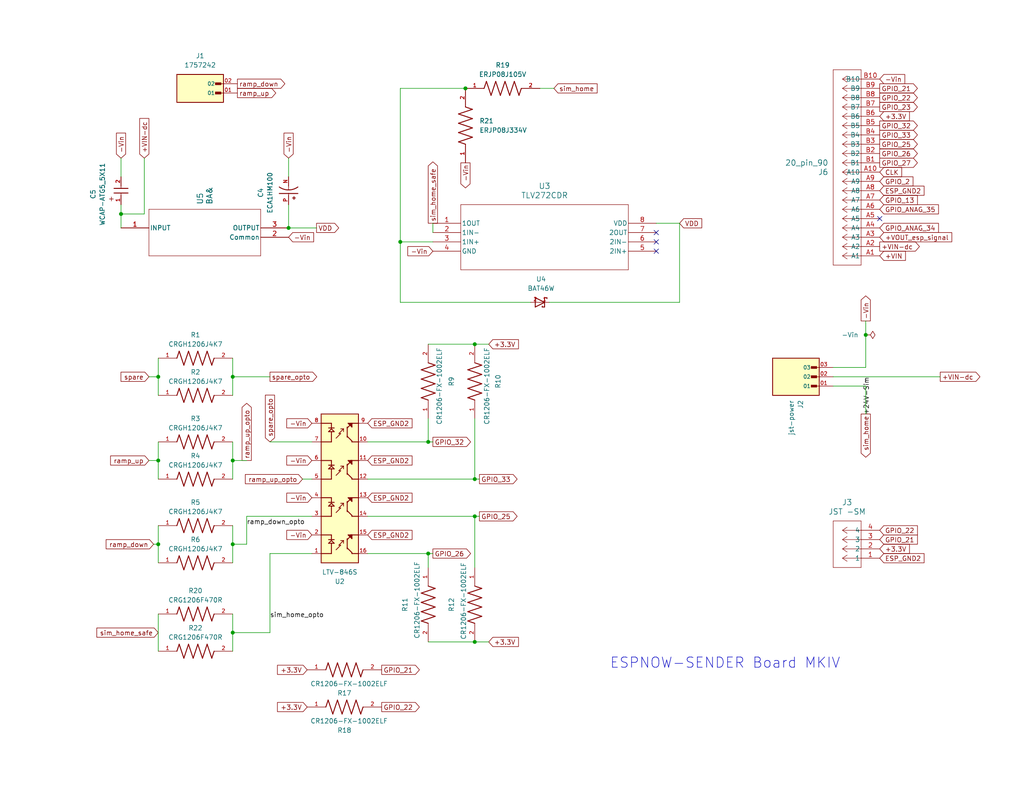
<source format=kicad_sch>
(kicad_sch (version 20250114) (generator "eeschema") (generator_version "9.0")
  (paper "A")
  (lib_symbols
    (symbol "1757242:1757242" (pin_names (offset 1.016))
      (property "Reference" "J" (at -6.85 5.08 0))
      (property "Value" "1757242" (at -6.35 -5.08 0))
      (symbol "1757242_0_0"
        (pin passive line (at -10.16 2.54 0) (length 5.08) (name "01") (number "01"))
        (pin passive line (at -10.16 0 0) (length 5.08) (name "02") (number "02"))
      )
    )
    (symbol "2025-11-05_08-31-36:TLV272CDR" (pin_names (offset 0.254))
      (property "Reference" "U" (at 30.48 10.16 0))
      (property "Value" "TLV272CDR" (at 30.48 7.62 0))
      (symbol "TLV272CDR_0_1"
        (pin output line (at 0 0 0) (length 7.62) (name "1OUT") (number "1"))
        (pin input line (at 0 -2.54 0) (length 7.62) (name "1IN-") (number "2"))
        (pin input line (at 0 -5.08 0) (length 7.62) (name "1IN+") (number "3"))
        (pin power_in line (at 0 -7.62 0) (length 7.62) (name "GND") (number "4"))
        (pin power_in line (at 60.96 0 180) (length 7.62) (name "VDD") (number "8"))
        (pin output line (at 60.96 -2.54 180) (length 7.62) (name "2OUT") (number "7"))
        (pin input line (at 60.96 -5.08 180) (length 7.62) (name "2IN-") (number "6"))
        (pin input line (at 60.96 -7.62 180) (length 7.62) (name "2IN+") (number "5"))
      )
    )
    (symbol "2025-11-05_11-31-18:BA&" (pin_names (offset 0.254))
      (property "Reference" "U5" (at 21.5899 6.35 90))
      (property "Value" "BA&" (at 24.1299 6.35 90))
      (symbol "BA&_0_1"
        (pin unspecified line (at 0 0 0) (length 7.62) (name "INPUT") (number "1"))
        (pin power_out line (at 45.72 0 180) (length 7.62) (name "OUTPUT") (number "3"))
      )
      (symbol "BA&_1_1"
        (pin passive line (at 45.72 -2.54 180) (length 7.62) (name "Common") (number "2"))
      )
    )
    (symbol "20_pin_90:XC5A-2022" (pin_names (offset 0.254))
      (property "Reference" "J" (at 8.89 6.35 0))
      (property "Value" "XC5A-2022" (at 0 0 0))
      (symbol "XC5A-2022_1_1"
        (pin unspecified line (at 0 0 0) (length 5.08) (name "A1") (number "A1"))
        (pin unspecified line (at 0 -2.54 0) (length 5.08) (name "A2") (number "A2"))
        (pin unspecified line (at 0 -5.08 0) (length 5.08) (name "A3") (number "A3"))
        (pin unspecified line (at 0 -7.62 0) (length 5.08) (name "A4") (number "A4"))
        (pin unspecified line (at 0 -10.16 0) (length 5.08) (name "A5") (number "A5"))
        (pin unspecified line (at 0 -12.7 0) (length 5.08) (name "A6") (number "A6"))
        (pin unspecified line (at 0 -15.24 0) (length 5.08) (name "A7") (number "A7"))
        (pin unspecified line (at 0 -17.78 0) (length 5.08) (name "A8") (number "A8"))
        (pin unspecified line (at 0 -20.32 0) (length 5.08) (name "A9") (number "A9"))
        (pin unspecified line (at 0 -22.86 0) (length 5.08) (name "A10") (number "A10"))
        (pin unspecified line (at 0 -25.4 0) (length 5.08) (name "B1") (number "B1"))
        (pin unspecified line (at 0 -27.94 0) (length 5.08) (name "B2") (number "B2"))
        (pin unspecified line (at 0 -30.48 0) (length 5.08) (name "B3") (number "B3"))
        (pin unspecified line (at 0 -33.02 0) (length 5.08) (name "B4") (number "B4"))
        (pin unspecified line (at 0 -35.56 0) (length 5.08) (name "B5") (number "B5"))
        (pin unspecified line (at 0 -38.1 0) (length 5.08) (name "B6") (number "B6"))
        (pin unspecified line (at 0 -40.64 0) (length 5.08) (name "B7") (number "B7"))
        (pin unspecified line (at 0 -43.18 0) (length 5.08) (name "B8") (number "B8"))
        (pin unspecified line (at 0 -45.72 0) (length 5.08) (name "B9") (number "B9"))
        (pin unspecified line (at 0 -48.26 0) (length 5.08) (name "B10") (number "B10"))
      )
      (symbol "XC5A-2022_1_2"
        (pin unspecified line (at 0 0 0) (length 5.08) (name "A1") (number "A1"))
        (pin unspecified line (at 0 -2.54 0) (length 5.08) (name "A2") (number "A2"))
        (pin unspecified line (at 0 -5.08 0) (length 5.08) (name "A3") (number "A3"))
        (pin unspecified line (at 0 -7.62 0) (length 5.08) (name "A4") (number "A4"))
        (pin unspecified line (at 0 -10.16 0) (length 5.08) (name "A5") (number "A5"))
        (pin unspecified line (at 0 -12.7 0) (length 5.08) (name "A6") (number "A6"))
        (pin unspecified line (at 0 -15.24 0) (length 5.08) (name "A7") (number "A7"))
        (pin unspecified line (at 0 -17.78 0) (length 5.08) (name "A8") (number "A8"))
        (pin unspecified line (at 0 -20.32 0) (length 5.08) (name "A9") (number "A9"))
        (pin unspecified line (at 0 -22.86 0) (length 5.08) (name "A10") (number "A10"))
        (pin unspecified line (at 0 -25.4 0) (length 5.08) (name "B1") (number "B1"))
        (pin unspecified line (at 0 -27.94 0) (length 5.08) (name "B2") (number "B2"))
        (pin unspecified line (at 0 -30.48 0) (length 5.08) (name "B3") (number "B3"))
        (pin unspecified line (at 0 -33.02 0) (length 5.08) (name "B4") (number "B4"))
        (pin unspecified line (at 0 -35.56 0) (length 5.08) (name "B5") (number "B5"))
        (pin unspecified line (at 0 -38.1 0) (length 5.08) (name "B6") (number "B6"))
        (pin unspecified line (at 0 -40.64 0) (length 5.08) (name "B7") (number "B7"))
        (pin unspecified line (at 0 -43.18 0) (length 5.08) (name "B8") (number "B8"))
        (pin unspecified line (at 0 -45.72 0) (length 5.08) (name "B9") (number "B9"))
        (pin unspecified line (at 0 -48.26 0) (length 5.08) (name "B10") (number "B10"))
      )
    )
    (symbol "BAT46W:BAT46W" (pin_names (offset 1.016))
      (property "Reference" "U" (at -2.2896 1.908 0))
      (property "Value" "BAT46W" (at -2.2899 -3.4349 0))
      (symbol "BAT46W_0_0"
        (pin passive line (at -2.54 0 0) (length 2.54) (name "~") (number "2"))
        (pin passive line (at 2.54 0 180) (length 2.54) (name "~") (number "1"))
      )
    )
    (symbol "CR1206-FX-1002ELF:CR1206-FX-1002ELF" (pin_names (offset 1.016))
      (property "Reference" "R" (at -7.6244 2.5415 0))
      (property "Value" "CR1206-FX-1002ELF" (at -7.63 -5.0866 0))
      (symbol "CR1206-FX-1002ELF_0_0"
        (pin passive line (at -10.16 0 0) (length 5.08) (name "~") (number "1"))
        (pin passive line (at 10.16 0 180) (length 5.08) (name "~") (number "2"))
      )
    )
    (symbol "CRG1206F470R:CRG1206F470R" (pin_names (offset 1.016))
      (property "Reference" "R" (at -7.6244 2.5415 0))
      (property "Value" "CRG1206F470R" (at -7.63 -5.0866 0))
      (symbol "CRG1206F470R_0_0"
        (pin passive line (at -10.16 0 0) (length 5.08) (name "~") (number "1"))
        (pin passive line (at 10.16 0 180) (length 5.08) (name "~") (number "2"))
      )
    )
    (symbol "CRGH1206J4K7:CRGH1206J4K7" (pin_names (offset 1.016))
      (property "Reference" "R" (at -7.6244 2.5415 0))
      (property "Value" "CRGH1206J4K7" (at -7.63 -5.0866 0))
      (symbol "CRGH1206J4K7_0_0"
        (pin passive line (at -10.16 0 0) (length 5.08) (name "~") (number "1"))
        (pin passive line (at 10.16 0 180) (length 5.08) (name "~") (number "2"))
      )
    )
    (symbol "ECA1HM100:ECA1HM100" (pin_names (offset 1.016))
      (property "Reference" "C" (at -2.54 3.81 0))
      (property "Value" "ECA1HM100" (at -2.54 -5.08 0))
      (symbol "ECA1HM100_0_0"
        (pin passive line (at -2.54 0 0) (length 2.54) (name "~") (number "P"))
        (pin passive line (at 5.08 0 180) (length 2.54) (name "~") (number "N"))
      )
    )
    (symbol "ERJP08J105V:ERJP08J105V" (pin_names (offset 1.016))
      (property "Reference" "R" (at -7.624 2.541 0))
      (property "Value" "ERJP08J105V" (at -7.624 -5.087 0))
      (symbol "ERJP08J105V_0_0"
        (pin passive line (at -10.16 0 0) (length 5.08) (name "~") (number "1"))
        (pin passive line (at 10.16 0 180) (length 5.08) (name "~") (number "2"))
      )
    )
    (symbol "ERJP08J334V:ERJP08J334V" (pin_names (offset 1.016))
      (property "Reference" "R" (at -7.624 2.541 0))
      (property "Value" "ERJP08J334V" (at -7.624 -5.087 0))
      (symbol "ERJP08J334V_0_0"
        (pin passive line (at -10.16 0 0) (length 5.08) (name "~") (number "1"))
        (pin passive line (at 10.16 0 180) (length 5.08) (name "~") (number "2"))
      )
    )
    (symbol "LTV-846S:LTV-846S" (pin_names (offset 1.016))
      (property "Reference" "U" (at -5.08 21.082 0))
      (property "Value" "LTV-846S" (at -5.08 -22.86 0))
      (symbol "LTV-846S_0_0"
        (pin passive line (at -7.62 17.78 0) (length 2.54) (name "~") (number "1"))
        (pin passive line (at -7.62 12.7 0) (length 2.54) (name "~") (number "2"))
        (pin passive line (at -7.62 7.62 0) (length 2.54) (name "~") (number "3"))
        (pin passive line (at -7.62 2.54 0) (length 2.54) (name "~") (number "4"))
        (pin passive line (at -7.62 -2.54 0) (length 2.54) (name "~") (number "5"))
        (pin passive line (at -7.62 -7.62 0) (length 2.54) (name "~") (number "6"))
        (pin passive line (at -7.62 -12.7 0) (length 2.54) (name "~") (number "7"))
        (pin passive line (at -7.62 -17.78 0) (length 2.54) (name "~") (number "8"))
        (pin passive line (at 7.62 17.78 180) (length 2.54) (name "~") (number "16"))
        (pin passive line (at 7.62 12.7 180) (length 2.54) (name "~") (number "15"))
        (pin passive line (at 7.62 7.62 180) (length 2.54) (name "~") (number "14"))
        (pin passive line (at 7.62 2.54 180) (length 2.54) (name "~") (number "13"))
        (pin passive line (at 7.62 -2.54 180) (length 2.54) (name "~") (number "12"))
        (pin passive line (at 7.62 -7.62 180) (length 2.54) (name "~") (number "11"))
        (pin passive line (at 7.62 -12.7 180) (length 2.54) (name "~") (number "10"))
        (pin passive line (at 7.62 -17.78 180) (length 2.54) (name "~") (number "9"))
      )
    )
    (symbol "WCAP-ATG5_5X11:WCAP-ATG5_5X11" (pin_names (offset 1.016))
      (property "Reference" "C" (at 1.175 3.38 0))
      (property "Value" "WCAP-ATG5_5X11" (at 0.915 -5.075 0))
      (symbol "WCAP-ATG5_5X11_0_0"
        (text "+" (at 2.54 -1.905 0) (effects (font (size 1.4224 1.4224)) (justify left bottom)))
        (pin passive line (at -2.54 0 0) (length 2.54) (name "~") (number "2"))
        (pin passive line (at 5.08 0 180) (length 2.54) (name "~") (number "1"))
      )
    )
    (symbol "custom_library:JCT" (pin_names (offset 0.254))
      (property "Reference" "J3" (at 8.89 -15.24 0))
      (property "Value" "JCT" (at 8.89 -12.7 0))
      (symbol "JCT_1_1"
        (pin power_in line (at 0 0 0) (length 5.08) (name "1") (number "1"))
        (pin power_in line (at 0 -2.54 0) (length 5.08) (name "2") (number "2"))
        (pin input line (at 0 -5.08 0) (length 5.08) (name "3") (number "3"))
        (pin input line (at 0 -7.62 0) (length 5.08) (name "4") (number "4"))
      )
      (symbol "JCT_1_2"
        (pin unspecified line (at 0 0 0) (length 5.08) (name "1") (number "1"))
        (pin unspecified line (at 0 -2.54 0) (length 5.08) (name "2") (number "2"))
        (pin unspecified line (at 0 -5.08 0) (length 5.08) (name "3") (number "3"))
        (pin unspecified line (at 0 -7.62 0) (length 5.08) (name "4") (number "4"))
      )
    )
    (symbol "custom_library:jst-power" (pin_names (offset 1.016))
      (property "Reference" "J2" (at 10.16 -1.778 90))
      (property "Value" "jst-power" (at 12.446 -4.572 90))
      (symbol "jst-power_0_0"
        (pin passive line (at -10.16 2.54 0) (length 5.08) (name "01") (number "01"))
        (pin power_out line (at -10.16 0 0) (length 5.08) (name "02") (number "02"))
        (pin passive line (at -10.16 -2.54 0) (length 5.08) (name "03") (number "03"))
      )
    )
    (symbol "power:PWR_FLAG" (power) (pin_numbers (hide yes)) (pin_names (offset 0) (hide yes))
      (property "Value" "PWR_FLAG" (at 0 3.81 0))
      (symbol "PWR_FLAG_0_0"
        (pin power_out line (at 0 0 90) (length 0) (name "~") (number "1"))
      )
    )
  )
  (text "ESPNOW-SENDER Board MKIV\n\n" (at 197.866 183.388 0) (effects (font (size 2.794 2.794))))
  (junction (at 129.54 140.97))
  (junction (at 63.5 172.72))
  (junction (at 78.74 62.23))
  (junction (at 129.54 175.26))
  (junction (at 63.5 148.59))
  (junction (at 236.22 91.44))
  (junction (at 43.18 148.59))
  (junction (at 127 24.13))
  (junction (at 116.84 120.65))
  (junction (at 109.22 66.04))
  (junction (at 43.18 125.73))
  (junction (at 33.02 58.42))
  (junction (at 43.18 102.87))
  (junction (at 129.54 93.98))
  (junction (at 63.5 125.73))
  (junction (at 129.54 130.81))
  (junction (at 63.5 102.87))
  (junction (at 116.84 151.13))
  (no_connect (at 179.07 68.58))
  (no_connect (at 179.07 63.5))
  (no_connect (at 240.03 59.69))
  (no_connect (at 179.07 66.04))
  (wire (pts (xy 63.5 143.51) (xy 63.5 148.59)))
  (wire (pts (xy 109.22 24.13) (xy 127 24.13)))
  (wire (pts (xy 236.22 91.44) (xy 236.22 87.63)))
  (wire (pts (xy 63.5 172.72) (xy 73.66 172.72)))
  (wire (pts (xy 43.18 120.65) (xy 43.18 125.73)))
  (wire (pts (xy 78.74 48.26) (xy 78.74 43.18)))
  (wire (pts (xy 100.33 151.13) (xy 116.84 151.13)))
  (wire (pts (xy 185.42 82.55) (xy 185.42 60.96)))
  (wire (pts (xy 43.18 97.79) (xy 43.18 102.87)))
  (wire (pts (xy 129.54 140.97) (xy 129.54 154.94)))
  (wire (pts (xy 129.54 140.97) (xy 130.81 140.97)))
  (wire (pts (xy 116.84 93.98) (xy 129.54 93.98)))
  (wire (pts (xy 227.33 100.33) (xy 236.22 100.33)))
  (wire (pts (xy 118.11 60.96) (xy 118.11 63.5)))
  (wire (pts (xy 67.31 140.97) (xy 85.09 140.97)))
  (wire (pts (xy 63.5 172.72) (xy 63.5 177.8)))
  (wire (pts (xy 147.32 24.13) (xy 151.13 24.13)))
  (wire (pts (xy 63.5 167.64) (xy 63.5 172.72)))
  (wire (pts (xy 43.18 143.51) (xy 43.18 148.59)))
  (wire (pts (xy 33.02 48.26) (xy 33.02 43.18)))
  (wire (pts (xy 63.5 148.59) (xy 63.5 153.67)))
  (wire (pts (xy 39.37 58.42) (xy 33.02 58.42)))
  (wire (pts (xy 41.91 148.59) (xy 43.18 148.59)))
  (wire (pts (xy 43.18 148.59) (xy 43.18 153.67)))
  (wire (pts (xy 116.84 114.3) (xy 116.84 120.65)))
  (wire (pts (xy 100.33 140.97) (xy 129.54 140.97)))
  (wire (pts (xy 40.64 125.73) (xy 43.18 125.73)))
  (wire (pts (xy 73.66 151.13) (xy 73.66 172.72)))
  (wire (pts (xy 43.18 167.64) (xy 43.18 177.8)))
  (wire (pts (xy 236.22 105.41) (xy 236.22 113.03)))
  (wire (pts (xy 109.22 82.55) (xy 144.78 82.55)))
  (wire (pts (xy 73.66 120.65) (xy 85.09 120.65)))
  (wire (pts (xy 33.02 62.23) (xy 33.02 58.42)))
  (wire (pts (xy 39.37 43.18) (xy 39.37 58.42)))
  (wire (pts (xy 63.5 102.87) (xy 63.5 107.95)))
  (wire (pts (xy 63.5 97.79) (xy 63.5 102.87)))
  (wire (pts (xy 63.5 148.59) (xy 67.31 148.59)))
  (wire (pts (xy 227.33 102.87) (xy 256.54 102.87)))
  (wire (pts (xy 116.84 154.94) (xy 116.84 151.13)))
  (wire (pts (xy 78.74 62.23) (xy 86.36 62.23)))
  (wire (pts (xy 236.22 100.33) (xy 236.22 91.44)))
  (wire (pts (xy 236.22 105.41) (xy 227.33 105.41)))
  (wire (pts (xy 116.84 120.65) (xy 118.11 120.65)))
  (wire (pts (xy 109.22 66.04) (xy 109.22 82.55)))
  (wire (pts (xy 82.55 130.81) (xy 85.09 130.81)))
  (wire (pts (xy 185.42 60.96) (xy 179.07 60.96)))
  (wire (pts (xy 33.02 58.42) (xy 33.02 55.88)))
  (wire (pts (xy 63.5 125.73) (xy 67.31 125.73)))
  (wire (pts (xy 129.54 130.81) (xy 130.81 130.81)))
  (wire (pts (xy 116.84 151.13) (xy 118.11 151.13)))
  (wire (pts (xy 100.33 130.81) (xy 129.54 130.81)))
  (wire (pts (xy 129.54 93.98) (xy 133.35 93.98)))
  (wire (pts (xy 43.18 102.87) (xy 43.18 107.95)))
  (wire (pts (xy 43.18 125.73) (xy 43.18 130.81)))
  (wire (pts (xy 63.5 120.65) (xy 63.5 125.73)))
  (wire (pts (xy 63.5 125.73) (xy 63.5 130.81)))
  (wire (pts (xy 149.86 82.55) (xy 185.42 82.55)))
  (wire (pts (xy 100.33 120.65) (xy 116.84 120.65)))
  (wire (pts (xy 63.5 102.87) (xy 73.66 102.87)))
  (wire (pts (xy 116.84 175.26) (xy 129.54 175.26)))
  (wire (pts (xy 129.54 114.3) (xy 129.54 130.81)))
  (wire (pts (xy 67.31 140.97) (xy 67.31 148.59)))
  (wire (pts (xy 109.22 66.04) (xy 109.22 24.13)))
  (wire (pts (xy 118.11 66.04) (xy 109.22 66.04)))
  (wire (pts (xy 129.54 175.26) (xy 133.35 175.26)))
  (wire (pts (xy 78.74 62.23) (xy 78.74 55.88)))
  (wire (pts (xy 73.66 151.13) (xy 85.09 151.13)))
  (wire (pts (xy 40.64 102.87) (xy 43.18 102.87)))
  (label "ramp_down_opto" (at 67.31 143.51 0))
  (label "sim_home_opto" (at 73.66 168.91 0))
  (label "+24V-Sim" (at 237.49 102.87 270))
  (global_label "GPIO_2" (shape input) (at 240.03 49.53 0) (property "Intersheetrefs" "${INTERSHEET_REFS}" (effects (hide yes))))
  (global_label "ESP_GND2" (shape input) (at 100.33 115.57 0) (property "Intersheetrefs" "${INTERSHEET_REFS}" (effects (hide yes))))
  (global_label "+3.3V" (shape input) (at 83.82 193.04 180) (property "Intersheetrefs" "${INTERSHEET_REFS}" (effects (hide yes))))
  (global_label "spare" (shape input) (at 40.64 102.87 180) (property "Intersheetrefs" "${INTERSHEET_REFS}" (effects (hide yes))))
  (global_label "-Vin" (shape input) (at 85.09 115.57 180) (property "Intersheetrefs" "${INTERSHEET_REFS}" (effects (hide yes))))
  (global_label "ESP_GND2" (shape input) (at 100.33 125.73 0) (property "Intersheetrefs" "${INTERSHEET_REFS}" (effects (hide yes))))
  (global_label "GPIO_25" (shape output) (at 240.03 39.37 0) (property "Intersheetrefs" "${INTERSHEET_REFS}" (effects (hide yes))))
  (global_label "sim_home_safe" (shape input) (at 43.18 172.72 180) (property "Intersheetrefs" "${INTERSHEET_REFS}" (effects (hide yes))))
  (global_label "+VIN" (shape input) (at 240.03 69.85 0) (property "Intersheetrefs" "${INTERSHEET_REFS}" (effects (hide yes))))
  (global_label "-Vin" (shape input) (at 85.09 125.73 180) (property "Intersheetrefs" "${INTERSHEET_REFS}" (effects (hide yes))))
  (global_label "ramp_up_opto" (shape input) (at 82.55 130.81 180) (property "Intersheetrefs" "${INTERSHEET_REFS}" (effects (hide yes))))
  (global_label "GPIO_21" (shape output) (at 104.14 182.88 0) (property "Intersheetrefs" "${INTERSHEET_REFS}" (effects (hide yes))))
  (global_label "GPIO_22" (shape output) (at 240.03 26.67 0) (property "Intersheetrefs" "${INTERSHEET_REFS}" (effects (hide yes))))
  (global_label "CLK" (shape input) (at 240.03 46.99 0) (property "Intersheetrefs" "${INTERSHEET_REFS}" (effects (hide yes))))
  (global_label "+VIN-dc" (shape output) (at 256.54 102.87 0) (property "Intersheetrefs" "${INTERSHEET_REFS}" (effects (hide yes))))
  (global_label "GPIO_21" (shape input) (at 240.03 147.32 0) (property "Intersheetrefs" "${INTERSHEET_REFS}" (effects (hide yes))))
  (global_label "+VIN-dc" (shape input) (at 39.37 43.18 90) (property "Intersheetrefs" "${INTERSHEET_REFS}" (effects (hide yes))))
  (global_label "-Vin" (shape output) (at 236.22 87.63 90) (property "Intersheetrefs" "${INTERSHEET_REFS}" (effects (hide yes))))
  (global_label "ramp_up_opto" (shape output) (at 67.31 125.73 90) (property "Intersheetrefs" "${INTERSHEET_REFS}" (effects (hide yes))))
  (global_label "+3.3V" (shape input) (at 240.03 31.75 0) (property "Intersheetrefs" "${INTERSHEET_REFS}" (effects (hide yes))))
  (global_label "GPIO_ANAG_34" (shape input) (at 240.03 62.23 0) (property "Intersheetrefs" "${INTERSHEET_REFS}" (effects (hide yes))))
  (global_label "ESP_GND2" (shape input) (at 100.33 146.05 0) (property "Intersheetrefs" "${INTERSHEET_REFS}" (effects (hide yes))))
  (global_label "-Vin" (shape input) (at 78.74 43.18 90) (property "Intersheetrefs" "${INTERSHEET_REFS}" (effects (hide yes))))
  (global_label "sim_home" (shape input) (at 151.13 24.13 0) (property "Intersheetrefs" "${INTERSHEET_REFS}" (effects (hide yes))))
  (global_label "-Vin" (shape input) (at 118.11 68.58 180) (property "Intersheetrefs" "${INTERSHEET_REFS}" (effects (hide yes))))
  (global_label "GPIO_25" (shape output) (at 130.81 140.97 0) (property "Intersheetrefs" "${INTERSHEET_REFS}" (effects (hide yes))))
  (global_label "-Vin" (shape input) (at 85.09 146.05 180) (property "Intersheetrefs" "${INTERSHEET_REFS}" (effects (hide yes))))
  (global_label "+3.3V" (shape input) (at 133.35 93.98 0) (property "Intersheetrefs" "${INTERSHEET_REFS}" (effects (hide yes))))
  (global_label "GPIO_32" (shape output) (at 118.11 120.65 0) (property "Intersheetrefs" "${INTERSHEET_REFS}" (effects (hide yes))))
  (global_label "spare_opto" (shape input) (at 73.66 120.65 90) (property "Intersheetrefs" "${INTERSHEET_REFS}" (effects (hide yes))))
  (global_label "-Vin" (shape input) (at 78.74 64.77 0) (property "Intersheetrefs" "${INTERSHEET_REFS}" (effects (hide yes))))
  (global_label "GPIO_23" (shape output) (at 240.03 29.21 0) (property "Intersheetrefs" "${INTERSHEET_REFS}" (effects (hide yes))))
  (global_label "+3.3V" (shape input) (at 133.35 175.26 0) (property "Intersheetrefs" "${INTERSHEET_REFS}" (effects (hide yes))))
  (global_label "GPIO_33" (shape output) (at 240.03 36.83 0) (property "Intersheetrefs" "${INTERSHEET_REFS}" (effects (hide yes))))
  (global_label "spare_opto" (shape output) (at 73.66 102.87 0) (property "Intersheetrefs" "${INTERSHEET_REFS}" (effects (hide yes))))
  (global_label "GPIO_27" (shape output) (at 240.03 44.45 0) (property "Intersheetrefs" "${INTERSHEET_REFS}" (effects (hide yes))))
  (global_label "VDD" (shape input) (at 185.42 60.96 0) (property "Intersheetrefs" "${INTERSHEET_REFS}" (effects (hide yes))))
  (global_label "GPIO_26" (shape output) (at 240.03 41.91 0) (property "Intersheetrefs" "${INTERSHEET_REFS}" (effects (hide yes))))
  (global_label "+3.3V" (shape input) (at 240.03 149.86 0) (property "Intersheetrefs" "${INTERSHEET_REFS}" (effects (hide yes))))
  (global_label "-Vin" (shape input) (at 85.09 135.89 180) (property "Intersheetrefs" "${INTERSHEET_REFS}" (effects (hide yes))))
  (global_label "-Vin" (shape input) (at 240.03 21.59 0) (property "Intersheetrefs" "${INTERSHEET_REFS}" (effects (hide yes))))
  (global_label "GPIO_22" (shape output) (at 104.14 193.04 0) (property "Intersheetrefs" "${INTERSHEET_REFS}" (effects (hide yes))))
  (global_label "-Vin" (shape input) (at 33.02 43.18 90) (property "Intersheetrefs" "${INTERSHEET_REFS}" (effects (hide yes))))
  (global_label "GPIO_22" (shape input) (at 240.03 144.78 0) (property "Intersheetrefs" "${INTERSHEET_REFS}" (effects (hide yes))))
  (global_label "ramp_down" (shape input) (at 41.91 148.59 180) (property "Intersheetrefs" "${INTERSHEET_REFS}" (effects (hide yes))))
  (global_label "sim_home" (shape output) (at 236.22 113.03 270) (property "Intersheetrefs" "${INTERSHEET_REFS}" (effects (hide yes))))
  (global_label "GPIO_26" (shape output) (at 118.11 151.13 0) (property "Intersheetrefs" "${INTERSHEET_REFS}" (effects (hide yes))))
  (global_label "+VIN-dc" (shape output) (at 240.03 67.31 0) (property "Intersheetrefs" "${INTERSHEET_REFS}" (effects (hide yes))))
  (global_label "GPIO_ANAG_35" (shape input) (at 240.03 57.15 0) (property "Intersheetrefs" "${INTERSHEET_REFS}" (effects (hide yes))))
  (global_label "GPIO_33" (shape output) (at 130.81 130.81 0) (property "Intersheetrefs" "${INTERSHEET_REFS}" (effects (hide yes))))
  (global_label "-Vin" (shape output) (at 127 44.45 270) (property "Intersheetrefs" "${INTERSHEET_REFS}" (effects (hide yes))))
  (global_label "ramp_up" (shape output) (at 64.77 25.4 0) (property "Intersheetrefs" "${INTERSHEET_REFS}" (effects (hide yes))))
  (global_label "ESP_GND2" (shape input) (at 240.03 152.4 0) (property "Intersheetrefs" "${INTERSHEET_REFS}" (effects (hide yes))))
  (global_label "+VOUT_esp_signal" (shape input) (at 240.03 64.77 0) (property "Intersheetrefs" "${INTERSHEET_REFS}" (effects (hide yes))))
  (global_label "GPIO_21" (shape output) (at 240.03 24.13 0) (property "Intersheetrefs" "${INTERSHEET_REFS}" (effects (hide yes))))
  (global_label "sim_home_safe" (shape output) (at 118.11 60.96 90) (property "Intersheetrefs" "${INTERSHEET_REFS}" (effects (hide yes))))
  (global_label "ramp_up" (shape input) (at 40.64 125.73 180) (property "Intersheetrefs" "${INTERSHEET_REFS}" (effects (hide yes))))
  (global_label "VDD" (shape output) (at 86.36 62.23 0) (property "Intersheetrefs" "${INTERSHEET_REFS}" (effects (hide yes))))
  (global_label "GPIO_32" (shape output) (at 240.03 34.29 0) (property "Intersheetrefs" "${INTERSHEET_REFS}" (effects (hide yes))))
  (global_label "ESP_GND2" (shape input) (at 240.03 52.07 0) (property "Intersheetrefs" "${INTERSHEET_REFS}" (effects (hide yes))))
  (global_label "ramp_down" (shape output) (at 64.77 22.86 0) (property "Intersheetrefs" "${INTERSHEET_REFS}" (effects (hide yes))))
  (global_label "+3.3V" (shape input) (at 83.82 182.88 180) (property "Intersheetrefs" "${INTERSHEET_REFS}" (effects (hide yes))))
  (global_label "ESP_GND2" (shape input) (at 100.33 135.89 0) (property "Intersheetrefs" "${INTERSHEET_REFS}" (effects (hide yes))))
  (global_label "GPIO_13" (shape input) (at 240.03 54.61 0) (property "Intersheetrefs" "${INTERSHEET_REFS}" (effects (hide yes))))
  (symbol (lib_id "custom_library:JCT") (at 240.03 152.4 180) (unit 1)
    (property "Reference" "J3" (at 231.14 137.16 0) (effects (font (size 1.524 1.524))))
    (property "Value" "JST -SM" (at 231.14 139.7 0) (effects (font (size 1.524 1.524))))
    (property "Footprint" "footprints:CONN_BM04B-SRSS-TB_SPK" (effects (hide yes)))
    (property "Datasheet" "PRT-16766" (effects (hide yes)))
  )
  (symbol (lib_id "CRG1206F470R:CRG1206F470R") (at 53.34 167.64 0) (unit 1)
    (property "Reference" "R20" (at 53.34 161.29 0))
    (property "Value" "CRG1206F470R" (at 53.34 163.83 0))
    (property "Footprint" "footprints:RESC3115X65N" (effects (hide yes)))
  )
  (symbol (lib_id "CRGH1206J4K7:CRGH1206J4K7") (at 53.34 107.95 0) (unit 1)
    (property "Reference" "R2" (at 53.34 101.6 0))
    (property "Value" "CRGH1206J4K7" (at 53.34 104.14 0))
    (property "Footprint" "footprints:RESC3115X65N" (effects (hide yes)))
  )
  (symbol (lib_id "BAT46W:BAT46W") (at 147.32 82.55 0) (unit 1)
    (property "Reference" "U4" (at 147.6375 76.2 0))
    (property "Value" "BAT46W" (at 147.6375 78.74 0))
    (property "Footprint" "footprints:SOD123F" (effects (hide yes)))
  )
  (symbol (lib_id "ECA1HM100:ECA1HM100") (at 78.74 53.34 90) (unit 1)
    (property "Reference" "C4" (at 71.12 52.6434 0))
    (property "Value" "ECA1HM100" (at 73.66 52.6434 0))
    (property "Footprint" "footprints:CAPPRD200W50D500H1100" (effects (hide yes)))
    (property "MF" "PANASONIC" (effects (hide yes)))
    (property "b_max" "0.55" (effects (hide yes)))
    (property "DESCRIPTION" "M-A" (effects (hide yes)))
    (property "b_nom" "0.5" (effects (hide yes)))
    (property "PARTREV" "20-DEC-19" (effects (hide yes)))
    (property "A_max" "11" (effects (hide yes)))
    (property "D_nom" "5" (effects (hide yes)))
    (property "e_nom" "2" (effects (hide yes)))
  )
  (symbol (lib_id "20_pin_90:XC5A-2022") (at 240.03 69.85 180) (unit 1)
    (property "Reference" "J6" (at 226.06 46.9901 0) (effects (font (size 1.524 1.524)) (justify left)))
    (property "Value" "20_pin_90" (at 226.06 44.4501 0) (effects (font (size 1.524 1.524)) (justify left)))
    (property "Footprint" "footprints:20_pin_90" (effects (hide yes)))
    (property "Datasheet" "XC5A-2022" (effects (hide yes)))
  )
  (symbol (lib_id "CR1206-FX-1002ELF:CR1206-FX-1002ELF") (at 129.54 165.1 270) (unit 1)
    (property "Reference" "R12" (at 123.19 165.1 0))
    (property "Value" "CR1206-FX-1002ELF" (at 126.492 164.084 0))
    (property "Footprint" "footprints:RESC3216X75N" (effects (hide yes)))
  )
  (symbol (lib_id "WCAP-ATG5_5X11:WCAP-ATG5_5X11") (at 33.02 50.8 270) (unit 1)
    (property "Reference" "C5" (at 25.4 53.0369 0))
    (property "Value" "WCAP-ATG5_5X11" (at 27.94 53.0369 0))
    (property "Footprint" "footprints:WCAP-ATG5_5X11_DXL_" (effects (hide yes)))
  )
  (symbol (lib_id "1757242:1757242") (at 54.61 22.86 180) (unit 1)
    (property "Reference" "J1" (at 54.61 15.24 0))
    (property "Value" "1757242" (at 54.61 17.78 0))
    (property "Footprint" "footprints:PHOENIX_1757242" (effects (hide yes)))
    (property "PARTREV" "28.07.2023" (effects (hide yes)))
    (property "STANDARD" "Manufacturer Recommendations" (effects (hide yes)))
    (property "MANUFACTURER" "Phoenix Contact" (effects (hide yes)))
  )
  (symbol (lib_id "CRGH1206J4K7:CRGH1206J4K7") (at 53.34 97.79 0) (unit 1)
    (property "Reference" "R1" (at 53.34 91.44 0))
    (property "Value" "CRGH1206J4K7" (at 53.34 93.98 0))
    (property "Footprint" "footprints:RESC3115X65N" (effects (hide yes)))
  )
  (symbol (lib_id "CR1206-FX-1002ELF:CR1206-FX-1002ELF") (at 116.84 165.1 270) (unit 1)
    (property "Reference" "R11" (at 110.49 165.1 0))
    (property "Value" "CR1206-FX-1002ELF" (at 113.792 163.83 0))
    (property "Footprint" "footprints:RESC3216X75N" (effects (hide yes)))
  )
  (symbol (lib_id "CRGH1206J4K7:CRGH1206J4K7") (at 53.34 130.81 0) (unit 1)
    (property "Reference" "R4" (at 53.34 124.46 0))
    (property "Value" "CRGH1206J4K7" (at 53.34 127 0))
    (property "Footprint" "footprints:RESC3015X65N" (effects (hide yes)))
  )
  (symbol (lib_id "2025-11-05_08-31-36:TLV272CDR") (at 118.11 60.96 0) (unit 1)
    (property "Reference" "U3" (at 148.59 50.8 0) (effects (font (size 1.524 1.524))))
    (property "Value" "TLV272CDR" (at 148.59 53.34 0) (effects (font (size 1.524 1.524))))
    (property "Footprint" "footprints:D8" (effects (hide yes)))
    (property "Datasheet" "https://www.ti.com/lit/gpn/tlv272" (effects (hide yes)))
  )
  (symbol (lib_id "CR1206-FX-1002ELF:CR1206-FX-1002ELF") (at 129.54 104.14 90) (unit 1)
    (property "Reference" "R10" (at 135.89 104.14 0))
    (property "Value" "CR1206-FX-1002ELF" (at 132.842 105.41 0))
    (property "Footprint" "footprints:RESC3216X75N" (effects (hide yes)))
  )
  (symbol (lib_id "power:PWR_FLAG") (at 236.22 91.44 270) (unit 1)
    (property "Reference" "#FLG01" (effects (hide yes)))
    (property "Value" "-Vin" (at 229.616 91.44 90) (effects (justify left)))
    (property "Description" "Special symbol for telling ERC where power comes from" (effects (hide yes)))
  )
  (symbol (lib_id "custom_library:jst-power") (at 217.17 102.87 180) (unit 1)
    (property "Reference" "J2" (at 218.4401 109.22 90) (effects (justify left)))
    (property "Value" "jst-power" (at 215.9001 109.22 90) (effects (justify left)))
    (property "Footprint" "footprints:PHOENIX_1757255" (effects (hide yes)))
    (property "PARTREV" "28.07.2023" (effects (hide yes)))
    (property "STANDARD" "Manufacturer Recommendations" (effects (hide yes)))
    (property "MANUFACTURER" "Phoenix Contact" (effects (hide yes)))
  )
  (symbol (lib_id "CR1206-FX-1002ELF:CR1206-FX-1002ELF") (at 93.98 193.04 0) (unit 1)
    (property "Reference" "R18" (at 93.98 199.39 0))
    (property "Value" "CR1206-FX-1002ELF" (at 95.25 196.85 0))
    (property "Footprint" "footprints:RESC3216X75N" (effects (hide yes)))
  )
  (symbol (lib_id "CRGH1206J4K7:CRGH1206J4K7") (at 53.34 153.67 0) (unit 1)
    (property "Reference" "R6" (at 53.34 147.32 0))
    (property "Value" "CRGH1206J4K7" (at 53.34 149.86 0))
    (property "Footprint" "footprints:RESC3115X65N" (effects (hide yes)))
  )
  (symbol (lib_id "CRGH1206J4K7:CRGH1206J4K7") (at 53.34 143.51 0) (unit 1)
    (property "Reference" "R5" (at 53.34 137.16 0))
    (property "Value" "CRGH1206J4K7" (at 53.34 139.7 0))
    (property "Footprint" "footprints:RESC3115X65N" (effects (hide yes)))
  )
  (symbol (lib_id "LTV-846S:LTV-846S") (at 92.71 133.35 0) (mirror x) (unit 1)
    (property "Reference" "U2" (at 92.71 158.75 0))
    (property "Value" "LTV-846S" (at 92.71 156.21 0))
    (property "Footprint" "footprints:SOIC254P1016X460-16N" (effects (hide yes)))
    (property "PARTREV" "H" (effects (hide yes)))
    (property "MANUFACTURER" "Lite-on" (effects (hide yes)))
    (property "MAXIMUM_PACKAGE_HEIGHT" "4.6mm" (effects (hide yes)))
    (property "STANDARD" "IPC-7351B" (effects (hide yes)))
  )
  (symbol (lib_id "ERJP08J105V:ERJP08J105V") (at 137.16 24.13 0) (unit 1)
    (property "Reference" "R19" (at 137.16 17.78 0))
    (property "Value" "ERJP08J105V" (at 137.16 20.32 0))
    (property "Footprint" "footprints:RES_ERJP08J105V" (effects (hide yes)))
    (property "PARTREV" "3/1/2020" (effects (hide yes)))
    (property "STANDARD" "Manufacturer Recommendations" (effects (hide yes)))
    (property "MAXIMUM_PACKAGE_HEIGHT" "0.6 mm" (effects (hide yes)))
    (property "MANUFACTURER" "Panasonic" (effects (hide yes)))
  )
  (symbol (lib_id "CRG1206F470R:CRG1206F470R") (at 53.34 177.8 0) (unit 1)
    (property "Reference" "R22" (at 53.34 171.45 0))
    (property "Value" "CRG1206F470R" (at 53.34 173.99 0))
    (property "Footprint" "footprints:RESC3115X65N" (effects (hide yes)))
  )
  (symbol (lib_id "2025-11-05_11-31-18:BA&") (at 33.02 62.23 0) (unit 1)
    (property "Reference" "U5" (at 54.6099 55.88 90) (effects (font (size 1.524 1.524)) (justify left)))
    (property "Value" "BA&" (at 57.1499 55.88 90) (effects (font (size 1.524 1.524)) (justify left)))
    (property "Footprint" "footprints:TO252-3_ROM" (effects (hide yes)))
    (property "Datasheet" "BA7815FP-E2" (effects (hide yes)))
  )
  (symbol (lib_id "CRGH1206J4K7:CRGH1206J4K7") (at 53.34 120.65 0) (unit 1)
    (property "Reference" "R3" (at 53.34 114.3 0))
    (property "Value" "CRGH1206J4K7" (at 53.34 116.84 0))
    (property "Footprint" "footprints:RESC3115X65N" (effects (hide yes)))
  )
  (symbol (lib_id "CR1206-FX-1002ELF:CR1206-FX-1002ELF") (at 93.98 182.88 0) (unit 1)
    (property "Reference" "R17" (at 93.98 189.23 0))
    (property "Value" "CR1206-FX-1002ELF" (at 95.25 186.69 0))
    (property "Footprint" "footprints:RESC3216X75N" (effects (hide yes)))
  )
  (symbol (lib_id "ERJP08J334V:ERJP08J334V") (at 127 34.29 90) (unit 1)
    (property "Reference" "R21" (at 130.81 33.0199 90) (effects (justify right)))
    (property "Value" "ERJP08J334V" (at 130.81 35.5599 90) (effects (justify right)))
    (property "Footprint" "footprints:RES_ERJP08J334V" (effects (hide yes)))
    (property "PARTREV" "3/1/2020" (effects (hide yes)))
    (property "STANDARD" "Manufacturer Recommendations" (effects (hide yes)))
    (property "MAXIMUM_PACKAGE_HEIGHT" "0.6 mm" (effects (hide yes)))
    (property "MANUFACTURER" "Panasonic" (effects (hide yes)))
  )
  (symbol (lib_id "CR1206-FX-1002ELF:CR1206-FX-1002ELF") (at 116.84 104.14 90) (unit 1)
    (property "Reference" "R9" (at 123.19 104.14 0))
    (property "Value" "CR1206-FX-1002ELF" (at 119.888 105.41 0))
    (property "Footprint" "footprints:RESC3216X75N" (effects (hide yes)))
  )
)
</source>
